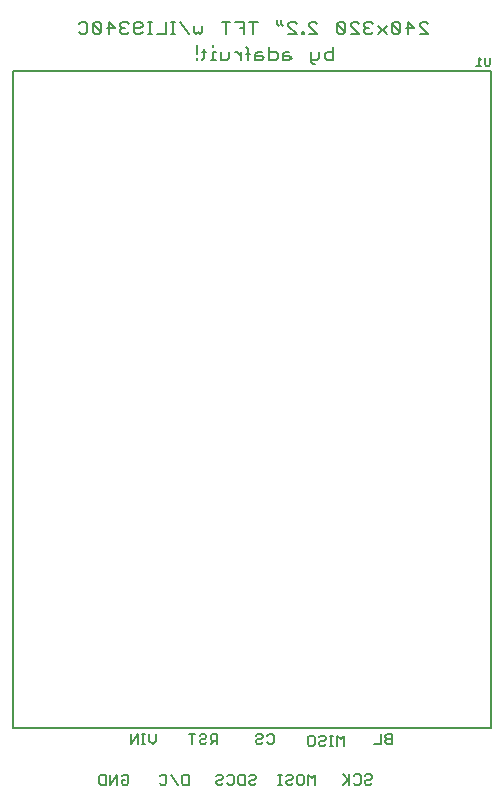
<source format=gbr>
G04 EAGLE Gerber RS-274X export*
G75*
%MOMM*%
%FSLAX34Y34*%
%LPD*%
%INSilkscreen Bottom*%
%IPPOS*%
%AMOC8*
5,1,8,0,0,1.08239X$1,22.5*%
G01*
%ADD10C,0.203200*%
%ADD11C,0.152400*%
%ADD12C,0.127000*%


D10*
X141939Y284226D02*
X149057Y284226D01*
X141939Y291344D01*
X141939Y293124D01*
X143718Y294903D01*
X147277Y294903D01*
X149057Y293124D01*
X132024Y294903D02*
X132024Y284226D01*
X137363Y289565D02*
X132024Y294903D01*
X130245Y289565D02*
X137363Y289565D01*
X125669Y286006D02*
X125669Y293124D01*
X123889Y294903D01*
X120330Y294903D01*
X118551Y293124D01*
X118551Y286006D01*
X120330Y284226D01*
X123889Y284226D01*
X125669Y286006D01*
X118551Y293124D01*
X113975Y291344D02*
X106857Y284226D01*
X113975Y284226D02*
X106857Y291344D01*
X102281Y293124D02*
X100502Y294903D01*
X96942Y294903D01*
X95163Y293124D01*
X95163Y291344D01*
X96942Y289565D01*
X98722Y289565D01*
X96942Y289565D02*
X95163Y287785D01*
X95163Y286006D01*
X96942Y284226D01*
X100502Y284226D01*
X102281Y286006D01*
X90587Y284226D02*
X83469Y284226D01*
X90587Y284226D02*
X83469Y291344D01*
X83469Y293124D01*
X85249Y294903D01*
X88808Y294903D01*
X90587Y293124D01*
X78893Y293124D02*
X78893Y286006D01*
X78893Y293124D02*
X77114Y294903D01*
X73555Y294903D01*
X71775Y293124D01*
X71775Y286006D01*
X73555Y284226D01*
X77114Y284226D01*
X78893Y286006D01*
X71775Y293124D01*
X55505Y284226D02*
X48387Y284226D01*
X55505Y284226D02*
X48387Y291344D01*
X48387Y293124D01*
X50167Y294903D01*
X53726Y294903D01*
X55505Y293124D01*
X43811Y286006D02*
X43811Y284226D01*
X43811Y286006D02*
X42032Y286006D01*
X42032Y284226D01*
X43811Y284226D01*
X37964Y284226D02*
X30846Y284226D01*
X37964Y284226D02*
X30846Y291344D01*
X30846Y293124D01*
X32626Y294903D01*
X36185Y294903D01*
X37964Y293124D01*
X24491Y293124D02*
X24491Y296683D01*
X24491Y293124D02*
X26270Y291344D01*
X20932Y293124D02*
X20932Y296683D01*
X20932Y293124D02*
X22711Y291344D01*
X1272Y294903D02*
X1272Y284226D01*
X4831Y294903D02*
X-2287Y294903D01*
X-6863Y294903D02*
X-6863Y284226D01*
X-6863Y294903D02*
X-13981Y294903D01*
X-10422Y289565D02*
X-6863Y289565D01*
X-22116Y284226D02*
X-22116Y294903D01*
X-18557Y294903D02*
X-25675Y294903D01*
X-41945Y291344D02*
X-41945Y286006D01*
X-43724Y284226D01*
X-45504Y286006D01*
X-47283Y284226D01*
X-49063Y286006D01*
X-49063Y291344D01*
X-53639Y284226D02*
X-60757Y294903D01*
X-65333Y284226D02*
X-68892Y284226D01*
X-67112Y284226D02*
X-67112Y294903D01*
X-65333Y294903D02*
X-68892Y294903D01*
X-73128Y294903D02*
X-73128Y284226D01*
X-80247Y284226D01*
X-84822Y284226D02*
X-88381Y284226D01*
X-86602Y284226D02*
X-86602Y294903D01*
X-88381Y294903D02*
X-84822Y294903D01*
X-92618Y286006D02*
X-94398Y284226D01*
X-97957Y284226D01*
X-99736Y286006D01*
X-99736Y293124D01*
X-97957Y294903D01*
X-94398Y294903D01*
X-92618Y293124D01*
X-92618Y291344D01*
X-94398Y289565D01*
X-99736Y289565D01*
X-104312Y293124D02*
X-106092Y294903D01*
X-109651Y294903D01*
X-111430Y293124D01*
X-111430Y291344D01*
X-109651Y289565D01*
X-107871Y289565D01*
X-109651Y289565D02*
X-111430Y287785D01*
X-111430Y286006D01*
X-109651Y284226D01*
X-106092Y284226D01*
X-104312Y286006D01*
X-121345Y284226D02*
X-121345Y294903D01*
X-116006Y289565D01*
X-123124Y289565D01*
X-127700Y286006D02*
X-127700Y293124D01*
X-129480Y294903D01*
X-133039Y294903D01*
X-134818Y293124D01*
X-134818Y286006D01*
X-133039Y284226D01*
X-129480Y284226D01*
X-127700Y286006D01*
X-134818Y293124D01*
X-144733Y294903D02*
X-146512Y293124D01*
X-144733Y294903D02*
X-141174Y294903D01*
X-139394Y293124D01*
X-139394Y286006D01*
X-141174Y284226D01*
X-144733Y284226D01*
X-146512Y286006D01*
D11*
X-29182Y-308055D02*
X-29182Y-316698D01*
X-29182Y-308055D02*
X-33504Y-308055D01*
X-34944Y-309495D01*
X-34944Y-312376D01*
X-33504Y-313817D01*
X-29182Y-313817D01*
X-32063Y-313817D02*
X-34944Y-316698D01*
X-42859Y-308055D02*
X-44299Y-309495D01*
X-42859Y-308055D02*
X-39978Y-308055D01*
X-38537Y-309495D01*
X-38537Y-310936D01*
X-39978Y-312376D01*
X-42859Y-312376D01*
X-44299Y-313817D01*
X-44299Y-315257D01*
X-42859Y-316698D01*
X-39978Y-316698D01*
X-38537Y-315257D01*
X-50774Y-316698D02*
X-50774Y-308055D01*
X-53655Y-308055D02*
X-47892Y-308055D01*
X-2404Y-343995D02*
X-964Y-342555D01*
X1917Y-342555D01*
X3358Y-343995D01*
X3358Y-345436D01*
X1917Y-346876D01*
X-964Y-346876D01*
X-2404Y-348317D01*
X-2404Y-349757D01*
X-964Y-351198D01*
X1917Y-351198D01*
X3358Y-349757D01*
X-5997Y-351198D02*
X-5997Y-342555D01*
X-5997Y-351198D02*
X-10319Y-351198D01*
X-11759Y-349757D01*
X-11759Y-343995D01*
X-10319Y-342555D01*
X-5997Y-342555D01*
X-19674Y-342555D02*
X-21115Y-343995D01*
X-19674Y-342555D02*
X-16793Y-342555D01*
X-15352Y-343995D01*
X-15352Y-349757D01*
X-16793Y-351198D01*
X-19674Y-351198D01*
X-21115Y-349757D01*
X-29029Y-342555D02*
X-30470Y-343995D01*
X-29029Y-342555D02*
X-26148Y-342555D01*
X-24708Y-343995D01*
X-24708Y-345436D01*
X-26148Y-346876D01*
X-29029Y-346876D01*
X-30470Y-348317D01*
X-30470Y-349757D01*
X-29029Y-351198D01*
X-26148Y-351198D01*
X-24708Y-349757D01*
X12596Y-309495D02*
X14036Y-308055D01*
X16917Y-308055D01*
X18358Y-309495D01*
X18358Y-315257D01*
X16917Y-316698D01*
X14036Y-316698D01*
X12596Y-315257D01*
X4681Y-308055D02*
X3241Y-309495D01*
X4681Y-308055D02*
X7562Y-308055D01*
X9003Y-309495D01*
X9003Y-310936D01*
X7562Y-312376D01*
X4681Y-312376D01*
X3241Y-313817D01*
X3241Y-315257D01*
X4681Y-316698D01*
X7562Y-316698D01*
X9003Y-315257D01*
X53358Y-342555D02*
X53358Y-351198D01*
X50477Y-345436D02*
X53358Y-342555D01*
X50477Y-345436D02*
X47596Y-342555D01*
X47596Y-351198D01*
X42562Y-342555D02*
X39681Y-342555D01*
X42562Y-342555D02*
X44003Y-343995D01*
X44003Y-349757D01*
X42562Y-351198D01*
X39681Y-351198D01*
X38241Y-349757D01*
X38241Y-343995D01*
X39681Y-342555D01*
X30326Y-342555D02*
X28885Y-343995D01*
X30326Y-342555D02*
X33207Y-342555D01*
X34648Y-343995D01*
X34648Y-345436D01*
X33207Y-346876D01*
X30326Y-346876D01*
X28885Y-348317D01*
X28885Y-349757D01*
X30326Y-351198D01*
X33207Y-351198D01*
X34648Y-349757D01*
X25292Y-351198D02*
X22411Y-351198D01*
X23852Y-351198D02*
X23852Y-342555D01*
X25292Y-342555D02*
X22411Y-342555D01*
X95536Y-343785D02*
X96976Y-342345D01*
X99857Y-342345D01*
X101298Y-343785D01*
X101298Y-345226D01*
X99857Y-346666D01*
X96976Y-346666D01*
X95536Y-348107D01*
X95536Y-349547D01*
X96976Y-350988D01*
X99857Y-350988D01*
X101298Y-349547D01*
X87621Y-342345D02*
X86181Y-343785D01*
X87621Y-342345D02*
X90502Y-342345D01*
X91943Y-343785D01*
X91943Y-349547D01*
X90502Y-350988D01*
X87621Y-350988D01*
X86181Y-349547D01*
X82588Y-350988D02*
X82588Y-342345D01*
X82588Y-348107D02*
X76825Y-342345D01*
X81147Y-346666D02*
X76825Y-350988D01*
X77958Y-318178D02*
X77958Y-309535D01*
X75077Y-312416D01*
X72196Y-309535D01*
X72196Y-318178D01*
X68603Y-318178D02*
X65722Y-318178D01*
X67162Y-318178D02*
X67162Y-309535D01*
X65722Y-309535D02*
X68603Y-309535D01*
X58044Y-309535D02*
X56604Y-310975D01*
X58044Y-309535D02*
X60925Y-309535D01*
X62366Y-310975D01*
X62366Y-312416D01*
X60925Y-313856D01*
X58044Y-313856D01*
X56604Y-315297D01*
X56604Y-316737D01*
X58044Y-318178D01*
X60925Y-318178D01*
X62366Y-316737D01*
X51570Y-309535D02*
X48689Y-309535D01*
X51570Y-309535D02*
X53011Y-310975D01*
X53011Y-316737D01*
X51570Y-318178D01*
X48689Y-318178D01*
X47249Y-316737D01*
X47249Y-310975D01*
X48689Y-309535D01*
X118358Y-308055D02*
X118358Y-316698D01*
X118358Y-308055D02*
X114036Y-308055D01*
X112596Y-309495D01*
X112596Y-310936D01*
X114036Y-312376D01*
X112596Y-313817D01*
X112596Y-315257D01*
X114036Y-316698D01*
X118358Y-316698D01*
X118358Y-312376D02*
X114036Y-312376D01*
X109003Y-308055D02*
X109003Y-316698D01*
X103241Y-316698D01*
D10*
X68588Y262636D02*
X68588Y273313D01*
X68588Y262636D02*
X63250Y262636D01*
X61470Y264416D01*
X61470Y267975D01*
X63250Y269754D01*
X68588Y269754D01*
X56895Y269754D02*
X56895Y264416D01*
X55115Y262636D01*
X49776Y262636D01*
X49776Y260857D02*
X49776Y269754D01*
X49776Y260857D02*
X51556Y259077D01*
X53335Y259077D01*
X31727Y269754D02*
X28168Y269754D01*
X26389Y267975D01*
X26389Y262636D01*
X31727Y262636D01*
X33507Y264416D01*
X31727Y266195D01*
X26389Y266195D01*
X14695Y262636D02*
X14695Y273313D01*
X14695Y262636D02*
X20033Y262636D01*
X21813Y264416D01*
X21813Y267975D01*
X20033Y269754D01*
X14695Y269754D01*
X8339Y269754D02*
X4780Y269754D01*
X3001Y267975D01*
X3001Y262636D01*
X8339Y262636D01*
X10119Y264416D01*
X8339Y266195D01*
X3001Y266195D01*
X-3355Y262636D02*
X-3355Y271534D01*
X-5134Y273313D01*
X-5134Y267975D02*
X-1575Y267975D01*
X-9371Y269754D02*
X-9371Y262636D01*
X-9371Y266195D02*
X-12930Y269754D01*
X-14710Y269754D01*
X-19116Y269754D02*
X-19116Y264416D01*
X-20896Y262636D01*
X-26234Y262636D01*
X-26234Y269754D01*
X-30810Y269754D02*
X-32590Y269754D01*
X-32590Y262636D01*
X-34369Y262636D02*
X-30810Y262636D01*
X-32590Y273313D02*
X-32590Y275093D01*
X-40386Y271534D02*
X-40386Y264416D01*
X-42165Y262636D01*
X-42165Y269754D02*
X-38606Y269754D01*
X-46402Y264416D02*
X-46402Y262636D01*
X-46402Y267975D02*
X-46402Y275093D01*
D11*
X-53642Y-342555D02*
X-53642Y-351198D01*
X-57964Y-351198D01*
X-59404Y-349757D01*
X-59404Y-343995D01*
X-57964Y-342555D01*
X-53642Y-342555D01*
X-62997Y-351198D02*
X-68759Y-342555D01*
X-76674Y-342555D02*
X-78115Y-343995D01*
X-76674Y-342555D02*
X-73793Y-342555D01*
X-72352Y-343995D01*
X-72352Y-349757D01*
X-73793Y-351198D01*
X-76674Y-351198D01*
X-78115Y-349757D01*
X-81182Y-313817D02*
X-81182Y-308055D01*
X-81182Y-313817D02*
X-84063Y-316698D01*
X-86944Y-313817D01*
X-86944Y-308055D01*
X-90537Y-316698D02*
X-93418Y-316698D01*
X-91978Y-316698D02*
X-91978Y-308055D01*
X-93418Y-308055D02*
X-90537Y-308055D01*
X-96774Y-308055D02*
X-96774Y-316698D01*
X-102536Y-316698D02*
X-96774Y-308055D01*
X-102536Y-308055D02*
X-102536Y-316698D01*
X-108964Y-342555D02*
X-110404Y-343995D01*
X-108964Y-342555D02*
X-106083Y-342555D01*
X-104642Y-343995D01*
X-104642Y-349757D01*
X-106083Y-351198D01*
X-108964Y-351198D01*
X-110404Y-349757D01*
X-110404Y-346876D01*
X-107523Y-346876D01*
X-113997Y-342555D02*
X-113997Y-351198D01*
X-119759Y-351198D02*
X-113997Y-342555D01*
X-119759Y-342555D02*
X-119759Y-351198D01*
X-123352Y-351198D02*
X-123352Y-342555D01*
X-123352Y-351198D02*
X-127674Y-351198D01*
X-129115Y-349757D01*
X-129115Y-343995D01*
X-127674Y-342555D01*
X-123352Y-342555D01*
D12*
X-202500Y253390D02*
X202500Y253390D01*
X202500Y-302610D01*
X-202500Y-302610D02*
X-202500Y253390D01*
X-202500Y-302610D02*
X202500Y-302610D01*
D11*
X201568Y258864D02*
X201568Y264372D01*
X201568Y258864D02*
X200466Y257762D01*
X198263Y257762D01*
X197162Y258864D01*
X197162Y264372D01*
X194084Y262168D02*
X191881Y264372D01*
X191881Y257762D01*
X194084Y257762D02*
X189677Y257762D01*
M02*

</source>
